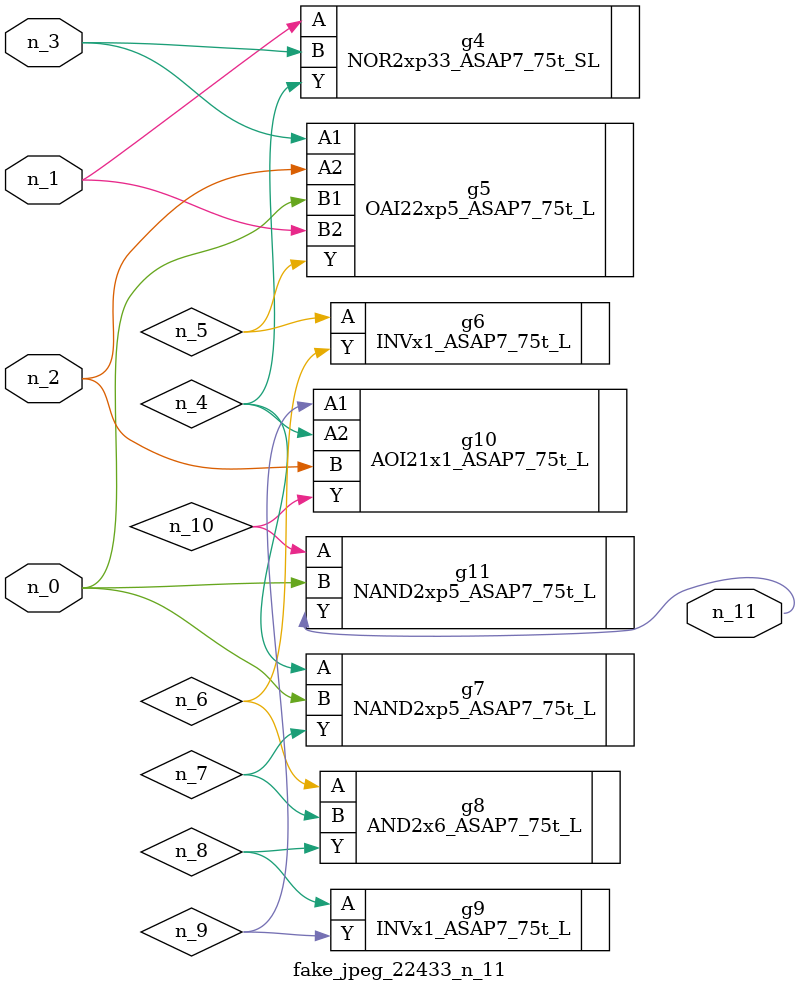
<source format=v>
module fake_jpeg_22433_n_11 (n_0, n_3, n_2, n_1, n_11);

input n_0;
input n_3;
input n_2;
input n_1;

output n_11;

wire n_10;
wire n_4;
wire n_8;
wire n_9;
wire n_6;
wire n_5;
wire n_7;

NOR2xp33_ASAP7_75t_SL g4 ( 
.A(n_1),
.B(n_3),
.Y(n_4)
);

OAI22xp5_ASAP7_75t_L g5 ( 
.A1(n_3),
.A2(n_2),
.B1(n_0),
.B2(n_1),
.Y(n_5)
);

INVx1_ASAP7_75t_L g6 ( 
.A(n_5),
.Y(n_6)
);

AND2x6_ASAP7_75t_L g8 ( 
.A(n_6),
.B(n_7),
.Y(n_8)
);

NAND2xp5_ASAP7_75t_L g7 ( 
.A(n_4),
.B(n_0),
.Y(n_7)
);

INVx1_ASAP7_75t_L g9 ( 
.A(n_8),
.Y(n_9)
);

AOI21x1_ASAP7_75t_L g10 ( 
.A1(n_9),
.A2(n_4),
.B(n_2),
.Y(n_10)
);

NAND2xp5_ASAP7_75t_L g11 ( 
.A(n_10),
.B(n_0),
.Y(n_11)
);


endmodule
</source>
